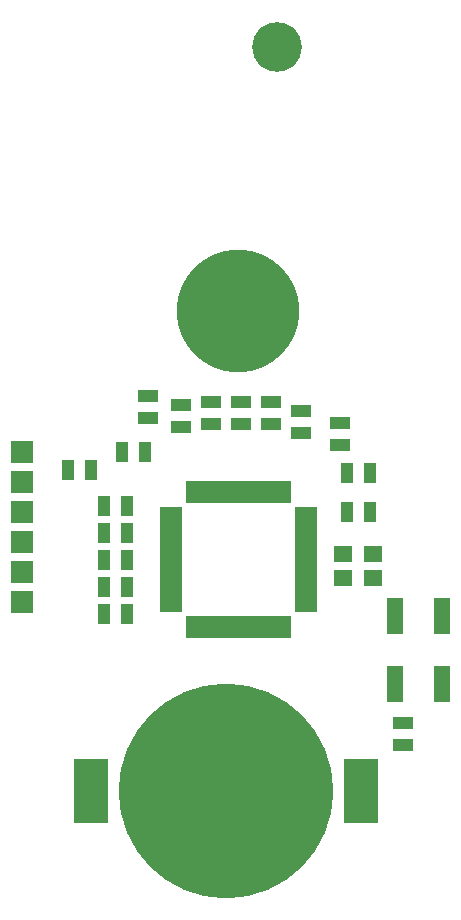
<source format=gbr>
G04 #@! TF.FileFunction,Soldermask,Top*
%FSLAX46Y46*%
G04 Gerber Fmt 4.6, Leading zero omitted, Abs format (unit mm)*
G04 Created by KiCad (PCBNEW 4.0.4-snap1-stable) date Mon Feb 25 19:09:27 2019*
%MOMM*%
%LPD*%
G01*
G04 APERTURE LIST*
%ADD10C,0.100000*%
%ADD11C,18.180000*%
%ADD12R,2.940000X5.480000*%
%ADD13R,1.650000X1.400000*%
%ADD14R,1.924000X1.924000*%
%ADD15R,1.700000X1.100000*%
%ADD16R,1.100000X1.700000*%
%ADD17R,1.400000X3.150000*%
%ADD18R,1.900000X0.950000*%
%ADD19R,0.950000X1.900000*%
%ADD20C,10.400000*%
%ADD21C,4.200000*%
G04 APERTURE END LIST*
D10*
D11*
X152146000Y-122428000D03*
D12*
X163576000Y-122428000D03*
X140716000Y-122428000D03*
D13*
X164592000Y-104378000D03*
X164592000Y-102378000D03*
X162052000Y-104378000D03*
X162052000Y-102378000D03*
D14*
X134874000Y-106426000D03*
X134874000Y-103886000D03*
X134874000Y-101346000D03*
X134874000Y-98806000D03*
X134874000Y-96266000D03*
X134874000Y-93726000D03*
D15*
X145542000Y-90866000D03*
X145542000Y-88966000D03*
X158496000Y-92136000D03*
X158496000Y-90236000D03*
X148336000Y-91628000D03*
X148336000Y-89728000D03*
D16*
X143698000Y-107442000D03*
X141798000Y-107442000D03*
D15*
X161798000Y-93152000D03*
X161798000Y-91252000D03*
D16*
X143698000Y-98298000D03*
X141798000Y-98298000D03*
D15*
X150876000Y-91374000D03*
X150876000Y-89474000D03*
D16*
X143698000Y-105156000D03*
X141798000Y-105156000D03*
X162372000Y-95504000D03*
X164272000Y-95504000D03*
X140650000Y-95250000D03*
X138750000Y-95250000D03*
D15*
X153416000Y-91374000D03*
X153416000Y-89474000D03*
D16*
X143698000Y-102870000D03*
X141798000Y-102870000D03*
X162372000Y-98806000D03*
X164272000Y-98806000D03*
X145222000Y-93726000D03*
X143322000Y-93726000D03*
D15*
X155956000Y-91374000D03*
X155956000Y-89474000D03*
D16*
X143698000Y-100584000D03*
X141798000Y-100584000D03*
D15*
X167132000Y-118552000D03*
X167132000Y-116652000D03*
D17*
X170402000Y-107615000D03*
X170402000Y-113365000D03*
X166402000Y-113365000D03*
X166402000Y-107615000D03*
D18*
X147462000Y-98870000D03*
X147462000Y-99670000D03*
X147462000Y-100470000D03*
X147462000Y-101270000D03*
X147462000Y-102070000D03*
X147462000Y-102870000D03*
X147462000Y-103670000D03*
X147462000Y-104470000D03*
X147462000Y-105270000D03*
X147462000Y-106070000D03*
X147462000Y-106870000D03*
D19*
X149162000Y-108570000D03*
X149962000Y-108570000D03*
X150762000Y-108570000D03*
X151562000Y-108570000D03*
X152362000Y-108570000D03*
X153162000Y-108570000D03*
X153962000Y-108570000D03*
X154762000Y-108570000D03*
X155562000Y-108570000D03*
X156362000Y-108570000D03*
X157162000Y-108570000D03*
D18*
X158862000Y-106870000D03*
X158862000Y-106070000D03*
X158862000Y-105270000D03*
X158862000Y-104470000D03*
X158862000Y-103670000D03*
X158862000Y-102870000D03*
X158862000Y-102070000D03*
X158862000Y-101270000D03*
X158862000Y-100470000D03*
X158862000Y-99670000D03*
X158862000Y-98870000D03*
D19*
X157162000Y-97170000D03*
X156362000Y-97170000D03*
X155562000Y-97170000D03*
X154762000Y-97170000D03*
X153962000Y-97170000D03*
X153162000Y-97170000D03*
X152362000Y-97170000D03*
X151562000Y-97170000D03*
X150762000Y-97170000D03*
X149962000Y-97170000D03*
X149162000Y-97170000D03*
D20*
X153162000Y-81788000D03*
D21*
X156464000Y-59436000D03*
M02*

</source>
